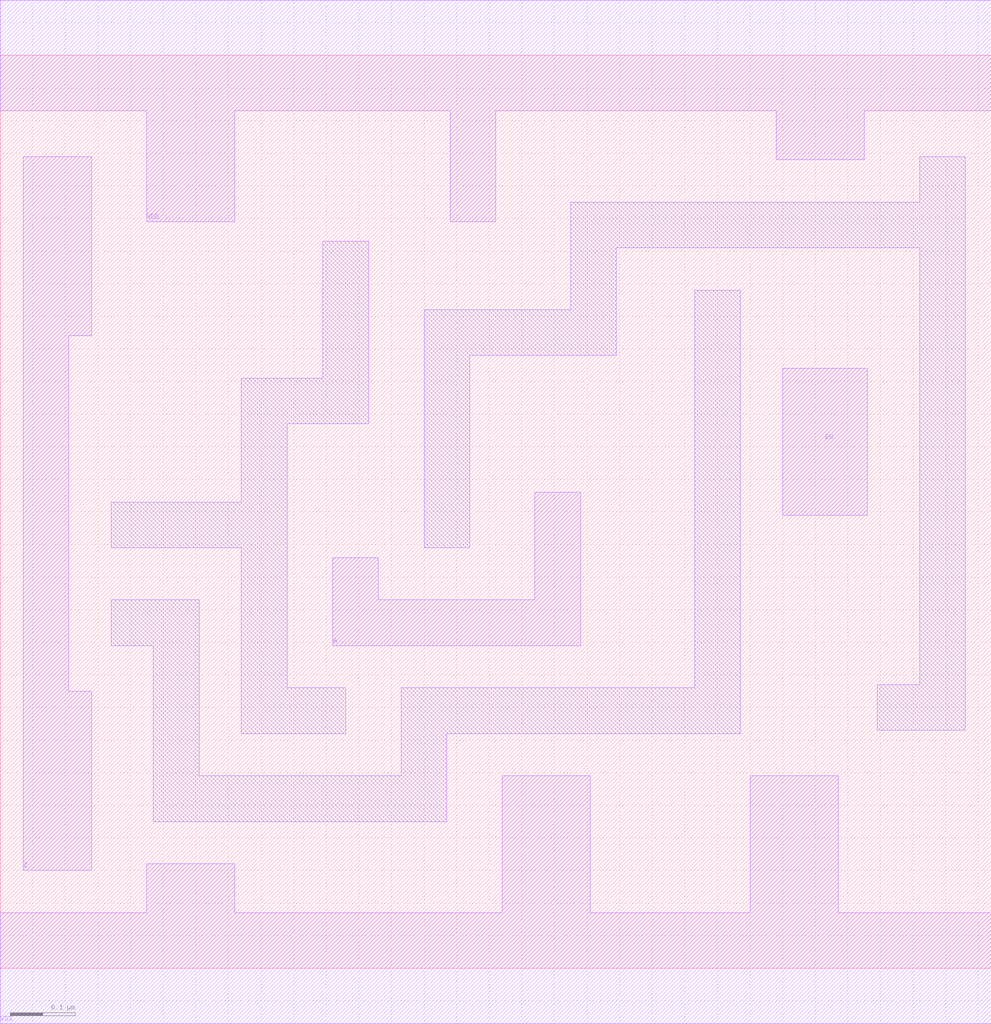
<source format=lef>
# 
# ******************************************************************************
# *                                                                            *
# *                   Copyright (C) 2004-2010, Nangate Inc.                    *
# *                           All rights reserved.                             *
# *                                                                            *
# * Nangate and the Nangate logo are trademarks of Nangate Inc.                *
# *                                                                            *
# * All trademarks, logos, software marks, and trade names (collectively the   *
# * "Marks") in this program are proprietary to Nangate or other respective    *
# * owners that have granted Nangate the right and license to use such Marks.  *
# * You are not permitted to use the Marks without the prior written consent   *
# * of Nangate or such third party that may own the Marks.                     *
# *                                                                            *
# * This file has been provided pursuant to a License Agreement containing     *
# * restrictions on its use. This file contains valuable trade secrets and     *
# * proprietary information of Nangate Inc., and is protected by U.S. and      *
# * international laws and/or treaties.                                        *
# *                                                                            *
# * The copyright notice(s) in this file does not indicate actual or intended  *
# * publication of this file.                                                  *
# *                                                                            *
# *     NGLibraryCreator, v2010.08-HR32-SP3-2010-08-05 - build 1009061800      *
# *                                                                            *
# ******************************************************************************
# 
# 
# Running on brazil06.nangate.com.br for user Giancarlo Franciscatto (gfr).
# Local time is now Fri, 3 Dec 2010, 19:32:18.
# Main process id is 27821.

VERSION 5.6 ;
BUSBITCHARS "[]" ;
DIVIDERCHAR "/" ;

MACRO TBUF_X1
  CLASS core ;
  FOREIGN TBUF_X1 0.0 0.0 ;
  ORIGIN 0 0 ;
  SYMMETRY X Y ;
  SITE FreePDK45_38x28_10R_NP_162NW_34O ;
  SIZE 1.52 BY 1.4 ;
  PIN A
    DIRECTION INPUT ;
    ANTENNAPARTIALMETALAREA 0.0427 LAYER metal1 ;
    ANTENNAPARTIALMETALSIDEAREA 0.1768 LAYER metal1 ;
    ANTENNAGATEAREA 0.0525 ;
    PORT
      LAYER metal1 ;
        POLYGON 0.51 0.495 0.89 0.495 0.89 0.73 0.82 0.73 0.82 0.565 0.58 0.565 0.58 0.63 0.51 0.63  ;
    END
  END A
  PIN EN
    DIRECTION INPUT ;
    ANTENNAPARTIALMETALAREA 0.02925 LAYER metal1 ;
    ANTENNAPARTIALMETALSIDEAREA 0.0923 LAYER metal1 ;
    ANTENNAGATEAREA 0.0525 ;
    PORT
      LAYER metal1 ;
        POLYGON 1.2 0.695 1.33 0.695 1.33 0.92 1.2 0.92  ;
    END
  END EN
  PIN Z
    DIRECTION OUTPUT ;
    ANTENNAPARTIALMETALAREA 0.0959 LAYER metal1 ;
    ANTENNAPARTIALMETALSIDEAREA 0.3211 LAYER metal1 ;
    ANTENNADIFFAREA 0.093975 ;
    PORT
      LAYER metal1 ;
        POLYGON 0.105 0.97 0.14 0.97 0.14 1.245 0.035 1.245 0.035 0.15 0.14 0.15 0.14 0.425 0.105 0.425  ;
    END
  END Z
  PIN VDD
    DIRECTION INOUT ;
    USE power ;
    SHAPE ABUTMENT ;
    PORT
      LAYER metal1 ;
        POLYGON 0 1.315 0.225 1.315 0.225 1.145 0.36 1.145 0.36 1.315 0.565 1.315 0.69 1.315 0.69 1.145 0.76 1.145 0.76 1.315 1.19 1.315 1.19 1.24 1.325 1.24 1.325 1.315 1.48 1.315 1.52 1.315 1.52 1.485 1.48 1.485 0.565 1.485 0 1.485  ;
    END
  END VDD
  PIN VSS
    DIRECTION INOUT ;
    USE ground ;
    SHAPE ABUTMENT ;
    PORT
      LAYER metal1 ;
        POLYGON 0 -0.085 1.52 -0.085 1.52 0.085 1.285 0.085 1.285 0.295 1.15 0.295 1.15 0.085 0.905 0.085 0.905 0.295 0.77 0.295 0.77 0.085 0.36 0.085 0.36 0.16 0.225 0.16 0.225 0.085 0 0.085  ;
    END
  END VSS
  OBS
      LAYER metal1 ;
        POLYGON 0.44 0.835 0.565 0.835 0.565 1.115 0.495 1.115 0.495 0.905 0.37 0.905 0.37 0.715 0.17 0.715 0.17 0.645 0.37 0.645 0.37 0.36 0.53 0.36 0.53 0.43 0.44 0.43  ;
        POLYGON 0.17 0.495 0.235 0.495 0.235 0.225 0.685 0.225 0.685 0.36 1.135 0.36 1.135 1.04 1.065 1.04 1.065 0.43 0.615 0.43 0.615 0.295 0.305 0.295 0.305 0.565 0.17 0.565  ;
        POLYGON 0.65 0.645 0.72 0.645 0.72 0.94 0.945 0.94 0.945 1.105 1.41 1.105 1.41 0.435 1.345 0.435 1.345 0.365 1.48 0.365 1.48 1.245 1.41 1.245 1.41 1.175 0.875 1.175 0.875 1.01 0.65 1.01  ;
  END
END TBUF_X1

END LIBRARY
#
# End of file
#

</source>
